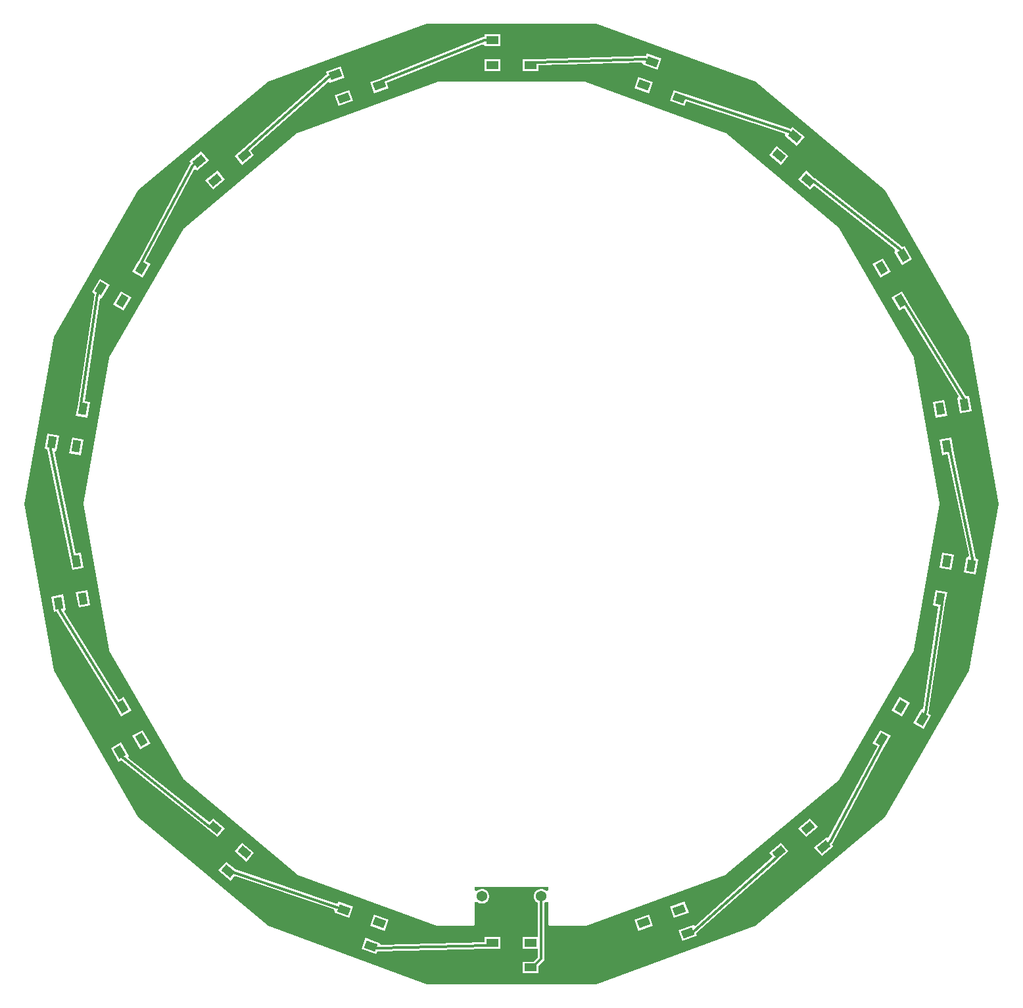
<source format=gbr>
G04*
G04 #@! TF.GenerationSoftware,Altium Limited,Altium Designer,24.5.2 (23)*
G04*
G04 Layer_Physical_Order=1*
G04 Layer_Color=255*
%FSLAX44Y44*%
%MOMM*%
G71*
G04*
G04 #@! TF.SameCoordinates,EC07AE21-C10E-4B47-8BBD-F1AFCD56138C*
G04*
G04*
G04 #@! TF.FilePolarity,Positive*
G04*
G01*
G75*
%ADD12C,0.3000*%
G04:AMPARAMS|DCode=14|XSize=1mm|YSize=1.5mm|CornerRadius=0mm|HoleSize=0mm|Usage=FLASHONLY|Rotation=110.000|XOffset=0mm|YOffset=0mm|HoleType=Round|Shape=Rectangle|*
%AMROTATEDRECTD14*
4,1,4,0.8758,-0.2133,-0.5338,-0.7264,-0.8758,0.2133,0.5338,0.7264,0.8758,-0.2133,0.0*
%
%ADD14ROTATEDRECTD14*%

%ADD15R,1.5000X1.0000*%
G04:AMPARAMS|DCode=16|XSize=1mm|YSize=1.5mm|CornerRadius=0mm|HoleSize=0mm|Usage=FLASHONLY|Rotation=70.000|XOffset=0mm|YOffset=0mm|HoleType=Round|Shape=Rectangle|*
%AMROTATEDRECTD16*
4,1,4,0.5338,-0.7264,-0.8758,-0.2133,-0.5338,0.7264,0.8758,0.2133,0.5338,-0.7264,0.0*
%
%ADD16ROTATEDRECTD16*%

G04:AMPARAMS|DCode=17|XSize=1mm|YSize=1.5mm|CornerRadius=0mm|HoleSize=0mm|Usage=FLASHONLY|Rotation=130.000|XOffset=0mm|YOffset=0mm|HoleType=Round|Shape=Rectangle|*
%AMROTATEDRECTD17*
4,1,4,0.8959,0.0991,-0.2531,-0.8651,-0.8959,-0.0991,0.2531,0.8651,0.8959,0.0991,0.0*
%
%ADD17ROTATEDRECTD17*%

G04:AMPARAMS|DCode=18|XSize=1mm|YSize=1.5mm|CornerRadius=0mm|HoleSize=0mm|Usage=FLASHONLY|Rotation=150.000|XOffset=0mm|YOffset=0mm|HoleType=Round|Shape=Rectangle|*
%AMROTATEDRECTD18*
4,1,4,0.8080,0.3995,0.0580,-0.8995,-0.8080,-0.3995,-0.0580,0.8995,0.8080,0.3995,0.0*
%
%ADD18ROTATEDRECTD18*%

G04:AMPARAMS|DCode=19|XSize=1mm|YSize=1.5mm|CornerRadius=0mm|HoleSize=0mm|Usage=FLASHONLY|Rotation=170.000|XOffset=0mm|YOffset=0mm|HoleType=Round|Shape=Rectangle|*
%AMROTATEDRECTD19*
4,1,4,0.6226,0.6518,0.3622,-0.8254,-0.6226,-0.6518,-0.3622,0.8254,0.6226,0.6518,0.0*
%
%ADD19ROTATEDRECTD19*%

G04:AMPARAMS|DCode=20|XSize=1mm|YSize=1.5mm|CornerRadius=0mm|HoleSize=0mm|Usage=FLASHONLY|Rotation=190.000|XOffset=0mm|YOffset=0mm|HoleType=Round|Shape=Rectangle|*
%AMROTATEDRECTD20*
4,1,4,0.3622,0.8254,0.6226,-0.6518,-0.3622,-0.8254,-0.6226,0.6518,0.3622,0.8254,0.0*
%
%ADD20ROTATEDRECTD20*%

G04:AMPARAMS|DCode=21|XSize=1mm|YSize=1.5mm|CornerRadius=0mm|HoleSize=0mm|Usage=FLASHONLY|Rotation=210.000|XOffset=0mm|YOffset=0mm|HoleType=Round|Shape=Rectangle|*
%AMROTATEDRECTD21*
4,1,4,0.0580,0.8995,0.8080,-0.3995,-0.0580,-0.8995,-0.8080,0.3995,0.0580,0.8995,0.0*
%
%ADD21ROTATEDRECTD21*%

G04:AMPARAMS|DCode=22|XSize=1mm|YSize=1.5mm|CornerRadius=0mm|HoleSize=0mm|Usage=FLASHONLY|Rotation=230.000|XOffset=0mm|YOffset=0mm|HoleType=Round|Shape=Rectangle|*
%AMROTATEDRECTD22*
4,1,4,-0.2531,0.8651,0.8959,-0.0991,0.2531,-0.8651,-0.8959,0.0991,-0.2531,0.8651,0.0*
%
%ADD22ROTATEDRECTD22*%

%ADD33C,1.3700*%
%ADD34C,0.4500*%
G36*
X1413685Y1643319D02*
X1580594Y1503266D01*
X1689535Y1314573D01*
X1727370Y1100000D01*
X1689535Y885427D01*
X1580594Y696734D01*
X1413685Y556681D01*
X1208942Y482161D01*
X991058D01*
X786315Y556681D01*
X619406Y696734D01*
X510465Y885427D01*
X472630Y1100000D01*
X510465Y1314573D01*
X619406Y1503266D01*
X786315Y1643319D01*
X991058Y1717839D01*
X1208942D01*
X1413685Y1643319D01*
D02*
G37*
%LPC*%
G36*
X1085540Y1704180D02*
X1065460D01*
Y1700939D01*
X1064685Y1700837D01*
X1064251Y1700657D01*
X1063878Y1700587D01*
X932815Y1648133D01*
X932634Y1648015D01*
X932427Y1647954D01*
X932328Y1647874D01*
X917891Y1642619D01*
X923048Y1628448D01*
X941917Y1635316D01*
X939508Y1641938D01*
X1063357Y1691505D01*
X1065460Y1690081D01*
Y1689100D01*
X1085540D01*
Y1704180D01*
D02*
G37*
G36*
X1274185Y1679557D02*
X1272860Y1675917D01*
X1271561Y1676088D01*
X1271523Y1676083D01*
X1271401Y1676104D01*
X1271390Y1676104D01*
X1271378Y1676101D01*
X1271367Y1676103D01*
X1130388Y1672258D01*
X1130169Y1672208D01*
X1129944Y1672222D01*
X1129824Y1672180D01*
X1114460D01*
Y1657100D01*
X1134540D01*
Y1664130D01*
X1267656Y1667761D01*
X1269141Y1665700D01*
X1269027Y1665386D01*
X1287896Y1658519D01*
X1293054Y1672689D01*
X1274185Y1679557D01*
D02*
G37*
G36*
X1085540Y1672180D02*
X1065460D01*
Y1657100D01*
X1085540D01*
Y1672180D01*
D02*
G37*
G36*
X879770Y1662798D02*
X860901Y1655930D01*
X862123Y1652573D01*
X862019Y1652530D01*
X861259Y1651947D01*
X861237Y1651934D01*
X860837Y1651699D01*
X755433Y1557903D01*
X755299Y1557726D01*
X755122Y1557595D01*
X755056Y1557486D01*
X743287Y1547610D01*
X752980Y1536058D01*
X768362Y1548965D01*
X763839Y1554356D01*
X863391Y1642944D01*
X865854Y1642323D01*
X866059Y1641760D01*
X884928Y1648627D01*
X879770Y1662798D01*
D02*
G37*
G36*
X1263240Y1649487D02*
X1258083Y1635316D01*
X1276952Y1628448D01*
X1282109Y1642619D01*
X1263240Y1649487D01*
D02*
G37*
G36*
X890715Y1632728D02*
X871846Y1625860D01*
X877004Y1611689D01*
X895873Y1618557D01*
X890715Y1632728D01*
D02*
G37*
G36*
X1309285Y1632728D02*
X1304127Y1618557D01*
X1322996Y1611689D01*
X1325403Y1618301D01*
X1451880Y1576358D01*
X1452573Y1573914D01*
X1452207Y1573479D01*
X1467589Y1560571D01*
X1477282Y1572123D01*
X1461900Y1585031D01*
X1459495Y1582164D01*
X1459096Y1582471D01*
X1458243Y1582824D01*
X1457821Y1583067D01*
X1457809Y1583071D01*
X1457797Y1583073D01*
X1457786Y1583079D01*
X1324272Y1627355D01*
X1324053Y1627383D01*
X1323849Y1627471D01*
X1323722Y1627473D01*
X1309285Y1632728D01*
D02*
G37*
G36*
X1441331Y1560517D02*
X1431638Y1548965D01*
X1447020Y1536058D01*
X1456713Y1547610D01*
X1441331Y1560517D01*
D02*
G37*
G36*
X700564Y1553534D02*
X685181Y1540627D01*
X686945Y1538524D01*
X686154Y1537493D01*
X686123Y1537417D01*
X686023Y1537295D01*
X686019Y1537287D01*
X686019Y1537287D01*
X686019Y1537287D01*
X619590Y1412418D01*
X619529Y1412218D01*
X619414Y1412043D01*
X619389Y1411918D01*
X611708Y1398613D01*
X624767Y1391073D01*
X634807Y1408463D01*
X628694Y1411992D01*
X691426Y1529910D01*
X693952Y1530175D01*
X694875Y1529075D01*
X710257Y1541982D01*
X700564Y1553534D01*
D02*
G37*
G36*
X721133Y1529021D02*
X705751Y1516113D01*
X715444Y1504561D01*
X730826Y1517469D01*
X721133Y1529021D01*
D02*
G37*
G36*
X1478867D02*
X1469174Y1517469D01*
X1484556Y1504561D01*
X1489086Y1509960D01*
X1593966Y1427504D01*
X1593785Y1424970D01*
X1592906Y1424462D01*
X1602946Y1407073D01*
X1616005Y1414613D01*
X1605965Y1432003D01*
X1603175Y1430392D01*
X1602664Y1431058D01*
X1602307Y1431332D01*
X1602069Y1431613D01*
X1602061Y1431619D01*
X1602051Y1431624D01*
X1602043Y1431633D01*
X1491104Y1518854D01*
X1490912Y1518951D01*
X1490755Y1519099D01*
X1490636Y1519145D01*
X1478867Y1529021D01*
D02*
G37*
G36*
X1578252Y1416003D02*
X1565193Y1408463D01*
X1575233Y1391073D01*
X1588292Y1398613D01*
X1578252Y1416003D01*
D02*
G37*
G36*
X569535Y1389567D02*
X559495Y1372177D01*
X562899Y1370212D01*
X562844Y1370058D01*
X541714Y1229305D01*
X541725Y1229076D01*
X541672Y1228854D01*
X541692Y1228729D01*
X539024Y1213598D01*
X553875Y1210980D01*
X557361Y1230755D01*
X550445Y1231974D01*
X570201Y1363573D01*
X572489Y1364675D01*
X572554Y1364637D01*
X582594Y1382027D01*
X569535Y1389567D01*
D02*
G37*
G36*
X597248Y1373567D02*
X587208Y1356178D01*
X600267Y1348638D01*
X610307Y1366027D01*
X597248Y1373567D01*
D02*
G37*
G36*
X1602752D02*
X1589693Y1366027D01*
X1599733Y1348638D01*
X1605820Y1352152D01*
X1675517Y1238685D01*
X1674475Y1236368D01*
X1674153Y1236311D01*
X1677639Y1216536D01*
X1692490Y1219155D01*
X1689003Y1238930D01*
X1685364Y1238288D01*
X1685281Y1238488D01*
X1685258Y1238518D01*
X1685216Y1238635D01*
X1685209Y1238645D01*
X1685202Y1238654D01*
X1685198Y1238664D01*
X1610784Y1359812D01*
X1610631Y1359977D01*
X1610530Y1360178D01*
X1610434Y1360262D01*
X1602752Y1373567D01*
D02*
G37*
G36*
X1657489Y1233373D02*
X1642639Y1230755D01*
X1646125Y1210980D01*
X1660976Y1213598D01*
X1657489Y1233373D01*
D02*
G37*
G36*
X502488Y1190674D02*
X499001Y1170900D01*
X502053Y1170361D01*
X502104Y1169974D01*
X502110Y1169477D01*
X531163Y1030537D01*
X531248Y1030338D01*
X531272Y1030124D01*
X531334Y1030013D01*
X534002Y1014882D01*
X548853Y1017501D01*
X545366Y1037276D01*
X538426Y1036052D01*
X511123Y1166626D01*
X512890Y1168450D01*
X513852Y1168281D01*
X517339Y1188056D01*
X502488Y1190674D01*
D02*
G37*
G36*
X534002Y1185118D02*
X530515Y1165343D01*
X545366Y1162724D01*
X548853Y1182499D01*
X534002Y1185118D01*
D02*
G37*
G36*
X1665998D02*
X1651147Y1182499D01*
X1654634Y1162724D01*
X1661574Y1163948D01*
X1688877Y1033374D01*
X1687110Y1031550D01*
X1686148Y1031719D01*
X1682661Y1011944D01*
X1697512Y1009326D01*
X1700999Y1029100D01*
X1697946Y1029639D01*
X1697897Y1030010D01*
X1697895Y1030496D01*
X1697894Y1030504D01*
X1697889Y1030514D01*
X1697889Y1030526D01*
X1668837Y1169463D01*
X1668752Y1169662D01*
X1668728Y1169876D01*
X1668666Y1169987D01*
X1665998Y1185118D01*
D02*
G37*
G36*
X1654634Y1037276D02*
X1651147Y1017501D01*
X1665998Y1014882D01*
X1669485Y1034657D01*
X1654634Y1037276D01*
D02*
G37*
G36*
X553875Y989020D02*
X539024Y986402D01*
X542510Y966627D01*
X557361Y969245D01*
X553875Y989020D01*
D02*
G37*
G36*
X522361Y983464D02*
X507510Y980845D01*
X510997Y961070D01*
X514256Y961645D01*
X514732Y960495D01*
X514771Y960443D01*
X514822Y960307D01*
X514829Y960297D01*
X514829Y960297D01*
X589224Y840175D01*
X589373Y840016D01*
X589470Y839822D01*
X589566Y839738D01*
X597248Y826433D01*
X610307Y833973D01*
X600267Y851363D01*
X594167Y847841D01*
X523949Y961218D01*
X524986Y963537D01*
X525848Y963689D01*
X522361Y983464D01*
D02*
G37*
G36*
X1599733Y851363D02*
X1589693Y833973D01*
X1602752Y826433D01*
X1612792Y843822D01*
X1599733Y851363D01*
D02*
G37*
G36*
X1646125Y989020D02*
X1642639Y969245D01*
X1649550Y968027D01*
X1629654Y836426D01*
X1627446Y835362D01*
X1627446D01*
X1617406Y817973D01*
X1630465Y810433D01*
X1640505Y827822D01*
X1636893Y829908D01*
X1636963Y830079D01*
X1637018Y830498D01*
X1637141Y830834D01*
X1637142Y830840D01*
X1637142Y830846D01*
X1637144Y830852D01*
X1658285Y970691D01*
X1658275Y970922D01*
X1658328Y971146D01*
X1658308Y971271D01*
X1660976Y986402D01*
X1646125Y989020D01*
D02*
G37*
G36*
X624767Y808927D02*
X611708Y801387D01*
X621748Y783997D01*
X634807Y791537D01*
X624767Y808927D01*
D02*
G37*
G36*
X1484556Y695439D02*
X1469174Y682531D01*
X1478867Y670979D01*
X1494249Y683887D01*
X1484556Y695439D01*
D02*
G37*
G36*
X597054Y792927D02*
X583995Y785387D01*
X594035Y767998D01*
X597363Y769919D01*
X597622Y769720D01*
X597862Y769437D01*
X708879Y681160D01*
X709080Y681057D01*
X709245Y680901D01*
X709363Y680855D01*
X721133Y670979D01*
X730826Y682531D01*
X715444Y695439D01*
X710928Y690056D01*
X606736Y772906D01*
X606924Y775439D01*
X607094Y775537D01*
X597054Y792927D01*
D02*
G37*
G36*
X1575233Y808927D02*
X1565193Y791537D01*
X1571294Y788015D01*
X1508257Y670465D01*
X1505730Y670204D01*
X1505125Y670925D01*
X1489743Y658018D01*
X1499436Y646466D01*
X1514819Y659373D01*
X1512669Y661935D01*
X1513788Y663395D01*
X1513817Y663464D01*
X1513913Y663580D01*
X1580404Y787570D01*
X1580467Y787776D01*
X1580586Y787957D01*
X1580611Y788082D01*
X1588292Y801387D01*
X1575233Y808927D01*
D02*
G37*
G36*
X752980Y663942D02*
X743287Y652390D01*
X758669Y639483D01*
X768362Y651035D01*
X752980Y663942D01*
D02*
G37*
G36*
X1195292Y1643019D02*
X1004708D01*
X1004267Y1642931D01*
X1003822Y1642863D01*
X824731Y1577679D01*
X824347Y1577445D01*
X823952Y1577229D01*
X677956Y1454724D01*
X677675Y1454373D01*
X677378Y1454035D01*
X582086Y1288984D01*
X581941Y1288558D01*
X581778Y1288139D01*
X548684Y1100450D01*
X548694Y1100000D01*
X548684Y1099550D01*
X581778Y911861D01*
X581941Y911442D01*
X582086Y911016D01*
X677378Y745965D01*
X677675Y745627D01*
X677956Y745276D01*
X823952Y622771D01*
X824347Y622555D01*
X824731Y622321D01*
X1003822Y557137D01*
X1004267Y557069D01*
X1004708Y556981D01*
X1050000D01*
X1050991Y557178D01*
X1051831Y557740D01*
X1052393Y558580D01*
X1052590Y559571D01*
Y587439D01*
X1055130Y588491D01*
X1056134Y587486D01*
X1058276Y586250D01*
X1060664Y585610D01*
X1063136D01*
X1065524Y586250D01*
X1067666Y587486D01*
X1069414Y589234D01*
X1070650Y591376D01*
X1071290Y593764D01*
Y596236D01*
X1070650Y598624D01*
X1069414Y600766D01*
X1067666Y602514D01*
X1065524Y603750D01*
X1063136Y604390D01*
X1060664D01*
X1058276Y603750D01*
X1056134Y602514D01*
X1055130Y601509D01*
X1052590Y602561D01*
Y606981D01*
X1147410D01*
Y602561D01*
X1144870Y601509D01*
X1143866Y602514D01*
X1141724Y603750D01*
X1139336Y604390D01*
X1136864D01*
X1134476Y603750D01*
X1132334Y602514D01*
X1130586Y600766D01*
X1129350Y598624D01*
X1128710Y596236D01*
Y593764D01*
X1129350Y591376D01*
X1130586Y589234D01*
X1132334Y587486D01*
X1133981Y586536D01*
Y542900D01*
X1114460D01*
Y527820D01*
X1133981D01*
Y516166D01*
X1128715Y510900D01*
X1114460D01*
Y495820D01*
X1134540D01*
Y505075D01*
X1141013Y511547D01*
X1141906Y512884D01*
X1142219Y514460D01*
Y586536D01*
X1143866Y587486D01*
X1144870Y588491D01*
X1147410Y587439D01*
Y559571D01*
X1147607Y558580D01*
X1148169Y557740D01*
X1149009Y557178D01*
X1150000Y556981D01*
X1195292D01*
X1195733Y557069D01*
X1196178Y557137D01*
X1375269Y622321D01*
X1375653Y622555D01*
X1376048Y622771D01*
X1522044Y745276D01*
X1522325Y745627D01*
X1522622Y745965D01*
X1617914Y911016D01*
X1618059Y911442D01*
X1618222Y911861D01*
X1651316Y1099550D01*
X1651306Y1100000D01*
X1651316Y1100450D01*
X1618222Y1288139D01*
X1618059Y1288558D01*
X1617914Y1288984D01*
X1522622Y1454035D01*
X1522325Y1454373D01*
X1522044Y1454724D01*
X1376048Y1577229D01*
X1375653Y1577445D01*
X1375269Y1577679D01*
X1196178Y1642863D01*
X1195733Y1642931D01*
X1195292Y1643019D01*
D02*
G37*
G36*
X732411Y639428D02*
X722718Y627877D01*
X738100Y614969D01*
X743366Y621246D01*
X871285Y577909D01*
X872384Y575620D01*
X871846Y574140D01*
X890715Y567272D01*
X895873Y581443D01*
X877004Y588311D01*
X875824Y585070D01*
X743950Y629746D01*
X732411Y639428D01*
D02*
G37*
G36*
X1322996Y588311D02*
X1304127Y581443D01*
X1309285Y567272D01*
X1328154Y574140D01*
X1322996Y588311D01*
D02*
G37*
G36*
X1447020Y663942D02*
X1431638Y651035D01*
X1436162Y645643D01*
X1336638Y556976D01*
X1334175Y557597D01*
X1333941Y558240D01*
X1315072Y551373D01*
X1320230Y537202D01*
X1339099Y544070D01*
X1337957Y547206D01*
X1338250Y547378D01*
X1444569Y642099D01*
X1444702Y642274D01*
X1444878Y642405D01*
X1444944Y642514D01*
X1456713Y652390D01*
X1447020Y663942D01*
D02*
G37*
G36*
X1276952Y571552D02*
X1258083Y564684D01*
X1263240Y550513D01*
X1282109Y557381D01*
X1276952Y571552D01*
D02*
G37*
G36*
X923048D02*
X917891Y557381D01*
X936760Y550513D01*
X941917Y564684D01*
X923048Y571552D01*
D02*
G37*
G36*
X1085540Y542900D02*
X1065460D01*
Y535871D01*
X932344Y532239D01*
X930859Y534300D01*
X930973Y534614D01*
X927292Y535953D01*
X926668Y536225D01*
X926541Y536227D01*
X912104Y541481D01*
X906946Y527311D01*
X925815Y520443D01*
X927140Y524083D01*
X928439Y523912D01*
X928496Y523920D01*
X928633Y523897D01*
X1069612Y527742D01*
X1069832Y527792D01*
X1070056Y527779D01*
X1070176Y527820D01*
X1085540D01*
Y542900D01*
D02*
G37*
%LPD*%
D12*
X1334540Y549875D02*
G03*
X1335510Y550454I-1026J2819D01*
G01*
X1509567Y664647D02*
G03*
X1510283Y665527I-1928J2298D01*
G01*
X1632702Y830416D02*
G03*
X1633070Y831462I-2598J1500D01*
G01*
X1693875Y1028547D02*
G03*
X1693859Y1029674I-2955J521D01*
G01*
X1682086Y1235459D02*
G03*
X1681694Y1236497I-2955J-521D01*
G01*
X1600241Y1427537D02*
G03*
X1599505Y1428389I-2598J-1500D01*
G01*
X1457474Y1578620D02*
G03*
X1456501Y1579165I-1928J-2298D01*
G01*
X1272587Y1671806D02*
G03*
X1271491Y1671986I-1026J-2819D01*
G01*
X1066523Y1696978D02*
G03*
X1065408Y1696763I0J-3000D01*
G01*
X863577Y1648624D02*
G03*
X863575Y1648622I1992J-2243D01*
G01*
X864543Y1649200D02*
G03*
X863577Y1648624I1026J-2819D01*
G01*
X690376Y1536241D02*
G03*
X689660Y1535360I1928J-2298D01*
G01*
X567286Y1370501D02*
G03*
X566917Y1369447I2598J-1500D01*
G01*
X506125Y1171452D02*
G03*
X506141Y1170328I2955J-521D01*
G01*
X517927Y963524D02*
G03*
X518324Y962477I2955J521D01*
G01*
X599697Y773508D02*
G03*
X600422Y772665I2598J1500D01*
G01*
X927413Y528194D02*
G03*
X928516Y528014I1026J2819D01*
G01*
X875034Y580988D02*
G03*
X874978Y581007I-1026J-2819D01*
G01*
X1332903Y549279D02*
X1334540Y549875D01*
X1335510Y550454D02*
X1441829Y645174D01*
X1327085Y547721D02*
X1332903Y549279D01*
X1441829Y645174D02*
X1444176Y651712D01*
X1510283Y665527D02*
X1576774Y789516D01*
X1502281Y658696D02*
X1506957Y662457D01*
X1509567Y664647D01*
X1576743Y796462D02*
X1576774Y789516D01*
X1633070Y831462D02*
X1633071Y831468D01*
X1628955Y822898D02*
X1631510Y828351D01*
X1632702Y830416D01*
X1633071Y831468D02*
X1654212Y971307D01*
X1651807Y977823D02*
X1654212Y971307D01*
X1693857Y1029682D02*
X1693859Y1029674D01*
X1693483Y1026323D02*
X1693875Y1028547D01*
X1664805Y1168620D02*
X1693857Y1029682D01*
X1691830Y1020522D02*
X1693483Y1026323D01*
X1660316Y1173921D02*
X1664805Y1168620D01*
X1681688Y1236508D02*
X1681694Y1236497D01*
X1607274Y1357656D02*
X1681688Y1236508D01*
X1682403Y1233664D02*
X1683321Y1227733D01*
X1682086Y1235459D02*
X1682403Y1233664D01*
X1601243Y1361102D02*
X1607274Y1357656D01*
X1599497Y1428395D02*
X1599505Y1428389D01*
X1601759Y1424909D02*
X1604455Y1419538D01*
X1488558Y1515616D02*
X1599497Y1428395D01*
X1600241Y1427537D02*
X1601759Y1424909D01*
X1481712Y1516791D02*
X1488558Y1515616D01*
X1456490Y1579169D02*
X1456501Y1579165D01*
X1457474Y1578620D02*
X1460009Y1576492D01*
X1322976Y1623445D02*
X1456490Y1579169D01*
X1460009Y1576492D02*
X1464745Y1572801D01*
X1316141Y1622209D02*
X1322976Y1623445D01*
X1271479Y1671986D02*
X1271491Y1671986D01*
X1130500Y1668140D02*
X1271479Y1671986D01*
X1275303Y1670817D02*
X1281040Y1669038D01*
X1272587Y1671806D02*
X1275303Y1670817D01*
X1124500Y1664640D02*
X1130500Y1668140D01*
X1066523Y1696978D02*
X1069500D01*
X934345Y1644309D02*
X1065408Y1696763D01*
X1069500Y1696978D02*
X1075500Y1696640D01*
X929904Y1638968D02*
X934345Y1644309D01*
X863575Y1648622D02*
X863577Y1648624D01*
X758171Y1554825D02*
X863575Y1648622D01*
X867287Y1650198D02*
X872915Y1652279D01*
X864543Y1649200D02*
X867287Y1650198D01*
X755825Y1548288D02*
X758171Y1554825D01*
X689655Y1535352D02*
X689660Y1535360D01*
X690376Y1536241D02*
X692582Y1538093D01*
X623226Y1410484D02*
X689655Y1535352D01*
X692582Y1538093D02*
X697719Y1541304D01*
X623226Y1410484D02*
X623257Y1403538D01*
X545788Y1228693D02*
X566917Y1369447D01*
X567286Y1370501D02*
X571045Y1377102D01*
X545788Y1228693D02*
X548192Y1222177D01*
X506141Y1170328D02*
X506143Y1170318D01*
X506125Y1171452D02*
X506517Y1173677D01*
X508170Y1179478D01*
X506143Y1170318D02*
X535195Y1031380D01*
X539684Y1026079D01*
X517436Y966308D02*
X517927Y963524D01*
X518324Y962477D02*
X518331Y962466D01*
X516679Y972267D02*
X517436Y966308D01*
X518331Y962466D02*
X592726Y842344D01*
X598757Y838898D01*
X598648Y775326D02*
X599697Y773508D01*
X600422Y772665D02*
X600428Y772660D01*
X711442Y684385D01*
X595545Y780462D02*
X598648Y775326D01*
X711442Y684385D02*
X718288Y683209D01*
X924697Y529183D02*
X927413Y528194D01*
X928516Y528014D02*
X928521Y528014D01*
X918960Y530962D02*
X924697Y529183D01*
X928521Y528014D02*
X1069500Y531860D01*
X1075500Y535360D01*
X874970Y581010D02*
X874978Y581007D01*
X878216Y579829D02*
X883859Y577791D01*
X875034Y580988D02*
X878216Y579829D01*
X742101Y626023D02*
X874970Y581010D01*
X735255Y627199D02*
X742101Y626023D01*
X1069500Y532199D02*
X1075500Y535360D01*
X918960Y530962D02*
X925795Y532199D01*
X1124500Y503360D02*
X1127000D01*
X1138100Y514460D02*
Y595000D01*
X1127000Y503360D02*
X1138100Y514460D01*
X1061900Y595000D02*
X1062360D01*
X1122000Y535360D02*
X1124500D01*
D14*
X1327085Y547721D02*
D03*
X1281040Y530962D02*
D03*
X1316141Y577791D02*
D03*
X1270096Y561032D02*
D03*
X872915Y1652279D02*
D03*
X918960Y1669038D02*
D03*
X883859Y1622209D02*
D03*
X929904Y1638968D02*
D03*
D15*
X1124500Y503360D02*
D03*
X1075500D02*
D03*
X1124500Y535360D02*
D03*
X1075500D02*
D03*
Y1696640D02*
D03*
X1124500D02*
D03*
X1075500Y1664640D02*
D03*
X1124500D02*
D03*
D16*
X918960Y530962D02*
D03*
X872915Y547721D02*
D03*
X929904Y561032D02*
D03*
X883859Y577791D02*
D03*
X1281040Y1669038D02*
D03*
X1327085Y1652279D02*
D03*
X1270096Y1638968D02*
D03*
X1316141Y1622209D02*
D03*
D17*
X1502281Y658696D02*
D03*
X1464745Y627199D02*
D03*
X1481712Y683209D02*
D03*
X1444176Y651712D02*
D03*
X697719Y1541304D02*
D03*
X735255Y1572801D02*
D03*
X718288Y1516791D02*
D03*
X755825Y1548288D02*
D03*
D18*
X1628955Y822898D02*
D03*
X1604455Y780462D02*
D03*
X1601243Y838898D02*
D03*
X1576743Y796462D02*
D03*
X571045Y1377102D02*
D03*
X595545Y1419538D02*
D03*
X598757Y1361102D02*
D03*
X623257Y1403538D02*
D03*
D19*
X1691830Y1020522D02*
D03*
X1683321Y972267D02*
D03*
X1660316Y1026079D02*
D03*
X1651807Y977823D02*
D03*
X508170Y1179478D02*
D03*
X516679Y1227733D02*
D03*
X539684Y1173921D02*
D03*
X548192Y1222177D02*
D03*
D20*
X1683321Y1227733D02*
D03*
X1691830Y1179478D02*
D03*
X1651808Y1222177D02*
D03*
X1660316Y1173921D02*
D03*
X516679Y972267D02*
D03*
X508170Y1020522D02*
D03*
X548193Y977823D02*
D03*
X539684Y1026079D02*
D03*
D21*
X1604455Y1419538D02*
D03*
X1628955Y1377102D02*
D03*
X1576743Y1403538D02*
D03*
X1601243Y1361102D02*
D03*
X595545Y780462D02*
D03*
X571045Y822898D02*
D03*
X623257Y796462D02*
D03*
X598757Y838898D02*
D03*
D22*
X1464745Y1572801D02*
D03*
X1502281Y1541304D02*
D03*
X1444176Y1548288D02*
D03*
X1481712Y1516791D02*
D03*
X735255Y627199D02*
D03*
X697719Y658696D02*
D03*
X755825Y651712D02*
D03*
X718288Y683209D02*
D03*
D33*
X1061900Y595000D02*
D03*
X1138100D02*
D03*
X1112700D02*
D03*
X1087300D02*
D03*
D34*
X755825Y651712D02*
D03*
X883859Y1622209D02*
D03*
X623257Y796462D02*
D03*
X929904Y561032D02*
D03*
X718288Y1516791D02*
D03*
X598757Y1361102D02*
D03*
X1651808Y1222177D02*
D03*
X1576743Y1403538D02*
D03*
X1444176Y1548288D02*
D03*
X1075500Y1664640D02*
D03*
X548193Y977823D02*
D03*
X539684Y1173921D02*
D03*
X1270096Y1638968D02*
D03*
X1660316Y1026079D02*
D03*
X1124500Y535360D02*
D03*
X1316141Y577791D02*
D03*
X1481712Y683209D02*
D03*
X1601243Y838898D02*
D03*
M02*

</source>
